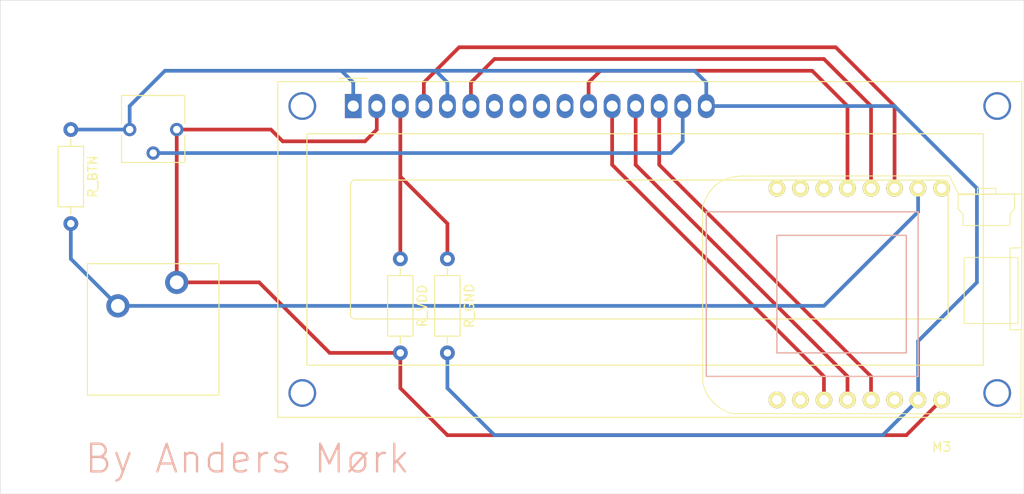
<source format=kicad_pcb>
(kicad_pcb (version 20171130) (host pcbnew "(5.1.10)-1")

  (general
    (thickness 1.6)
    (drawings 9)
    (tracks 74)
    (zones 0)
    (modules 11)
    (nets 23)
  )

  (page A4)
  (layers
    (0 F.Cu signal)
    (31 B.Cu signal)
    (32 B.Adhes user)
    (33 F.Adhes user)
    (34 B.Paste user)
    (35 F.Paste user)
    (36 B.SilkS user)
    (37 F.SilkS user)
    (38 B.Mask user)
    (39 F.Mask user)
    (40 Dwgs.User user)
    (41 Cmts.User user)
    (42 Eco1.User user)
    (43 Eco2.User user)
    (44 Edge.Cuts user)
    (45 Margin user)
    (46 B.CrtYd user)
    (47 F.CrtYd user)
    (48 B.Fab user hide)
    (49 F.Fab user hide)
  )

  (setup
    (last_trace_width 0.4)
    (user_trace_width 0.4)
    (trace_clearance 0.2)
    (zone_clearance 0.508)
    (zone_45_only no)
    (trace_min 0.2)
    (via_size 0.8)
    (via_drill 0.4)
    (via_min_size 0.4)
    (via_min_drill 0.3)
    (uvia_size 0.3)
    (uvia_drill 0.1)
    (uvias_allowed no)
    (uvia_min_size 0.2)
    (uvia_min_drill 0.1)
    (edge_width 0.05)
    (segment_width 0.2)
    (pcb_text_width 0.3)
    (pcb_text_size 1.5 1.5)
    (mod_edge_width 0.12)
    (mod_text_size 1 1)
    (mod_text_width 0.15)
    (pad_size 1.524 1.524)
    (pad_drill 0.762)
    (pad_to_mask_clearance 0)
    (aux_axis_origin 0 0)
    (visible_elements 7FFFFFFF)
    (pcbplotparams
      (layerselection 0x010f0_ffffffff)
      (usegerberextensions false)
      (usegerberattributes true)
      (usegerberadvancedattributes true)
      (creategerberjobfile true)
      (excludeedgelayer true)
      (linewidth 0.100000)
      (plotframeref false)
      (viasonmask false)
      (mode 1)
      (useauxorigin false)
      (hpglpennumber 1)
      (hpglpenspeed 20)
      (hpglpendiameter 15.000000)
      (psnegative false)
      (psa4output false)
      (plotreference true)
      (plotvalue true)
      (plotinvisibletext false)
      (padsonsilk false)
      (subtractmaskfromsilk false)
      (outputformat 1)
      (mirror false)
      (drillshape 0)
      (scaleselection 1)
      (outputdirectory "gerber/"))
  )

  (net 0 "")
  (net 1 "Net-(DIM1-Pad3)")
  (net 2 "Net-(DIM1-Pad2)")
  (net 3 "Net-(DIM1-Pad1)")
  (net 4 "Net-(LCD1-Pad7)")
  (net 5 "Net-(LCD1-Pad8)")
  (net 6 "Net-(LCD1-Pad9)")
  (net 7 "Net-(LCD1-Pad10)")
  (net 8 "Net-(esp8266-Pad9)")
  (net 9 "Net-(esp8266-Pad10)")
  (net 10 "Net-(esp8266-Pad11)")
  (net 11 "Net-(LCD1-Pad11)")
  (net 12 "Net-(LCD1-Pad6)")
  (net 13 "Net-(LCD1-Pad4)")
  (net 14 "Net-(esp8266-Pad16)")
  (net 15 "Net-(esp8266-Pad3)")
  (net 16 "Net-(LCD1-Pad14)")
  (net 17 "Net-(LCD1-Pad13)")
  (net 18 "Net-(LCD1-Pad12)")
  (net 19 "Net-(esp8266-Pad7)")
  (net 20 "Net-(esp8266-Pad8)")
  (net 21 "Net-(R_btn1-Pad2)")
  (net 22 "Net-(GND1-Pad1)")

  (net_class Default "This is the default net class."
    (clearance 0.2)
    (trace_width 0.25)
    (via_dia 0.8)
    (via_drill 0.4)
    (uvia_dia 0.3)
    (uvia_drill 0.1)
    (add_net "Net-(DIM1-Pad1)")
    (add_net "Net-(DIM1-Pad2)")
    (add_net "Net-(DIM1-Pad3)")
    (add_net "Net-(GND1-Pad1)")
    (add_net "Net-(LCD1-Pad10)")
    (add_net "Net-(LCD1-Pad11)")
    (add_net "Net-(LCD1-Pad12)")
    (add_net "Net-(LCD1-Pad13)")
    (add_net "Net-(LCD1-Pad14)")
    (add_net "Net-(LCD1-Pad4)")
    (add_net "Net-(LCD1-Pad6)")
    (add_net "Net-(LCD1-Pad7)")
    (add_net "Net-(LCD1-Pad8)")
    (add_net "Net-(LCD1-Pad9)")
    (add_net "Net-(R_btn1-Pad2)")
    (add_net "Net-(esp8266-Pad10)")
    (add_net "Net-(esp8266-Pad11)")
    (add_net "Net-(esp8266-Pad16)")
    (add_net "Net-(esp8266-Pad3)")
    (add_net "Net-(esp8266-Pad7)")
    (add_net "Net-(esp8266-Pad8)")
    (add_net "Net-(esp8266-Pad9)")
  )

  (module Module:D1_mini_board (layer F.Cu) (tedit 5766F65E) (tstamp 6187FF56)
    (at 171.45 86.36 90)
    (path /61660B12)
    (fp_text reference "esp8266 D1 Wemos mini" (at 1.27 -5.08 180) (layer F.SilkS) hide
      (effects (font (size 1 1) (thickness 0.15)))
    )
    (fp_text value WeMos_mini (at 1.27 -19.05 90) (layer F.Fab)
      (effects (font (size 1 1) (thickness 0.15)))
    )
    (fp_line (start -6.35 3.81) (end -6.35 -10.16) (layer B.SilkS) (width 0.15))
    (fp_line (start -6.35 -10.16) (end 6.35 -10.16) (layer B.SilkS) (width 0.15))
    (fp_line (start 6.35 -10.16) (end 6.35 3.81) (layer B.SilkS) (width 0.15))
    (fp_line (start 6.35 3.81) (end -6.35 3.81) (layer B.SilkS) (width 0.15))
    (fp_line (start -8.89 5.08) (end 8.89 5.08) (layer B.SilkS) (width 0.15))
    (fp_line (start 8.89 5.08) (end 8.89 -17.78) (layer B.SilkS) (width 0.15))
    (fp_line (start 8.89 -17.78) (end -8.89 -17.78) (layer B.SilkS) (width 0.15))
    (fp_line (start -8.89 -17.78) (end -8.89 5.08) (layer B.SilkS) (width 0.15))
    (fp_line (start 10.817472 16.277228) (end 5.00618 16.277228) (layer F.SilkS) (width 0.1))
    (fp_line (start 5.00618 16.277228) (end 4.979849 14.993795) (layer F.SilkS) (width 0.1))
    (fp_line (start 4.979849 14.993795) (end -3.851373 15.000483) (layer F.SilkS) (width 0.1))
    (fp_line (start -3.851373 15.000483) (end -3.849397 16.202736) (layer F.SilkS) (width 0.1))
    (fp_line (start -3.849397 16.202736) (end -12.930193 16.176658) (layer F.SilkS) (width 0.1))
    (fp_line (start -12.930193 16.176658) (end -12.916195 -14.993493) (layer F.SilkS) (width 0.1))
    (fp_line (start -12.916195 -14.993493) (end -12.683384 -15.596286) (layer F.SilkS) (width 0.1))
    (fp_line (start -12.683384 -15.596286) (end -12.399901 -16.141167) (layer F.SilkS) (width 0.1))
    (fp_line (start -12.399901 -16.141167) (end -12.065253 -16.627577) (layer F.SilkS) (width 0.1))
    (fp_line (start -12.065253 -16.627577) (end -11.678953 -17.054952) (layer F.SilkS) (width 0.1))
    (fp_line (start -11.678953 -17.054952) (end -11.240512 -17.422741) (layer F.SilkS) (width 0.1))
    (fp_line (start -11.240512 -17.422741) (end -10.74944 -17.730377) (layer F.SilkS) (width 0.1))
    (fp_line (start -10.74944 -17.730377) (end -10.20525 -17.97731) (layer F.SilkS) (width 0.1))
    (fp_line (start -10.20525 -17.97731) (end -9.607453 -18.162976) (layer F.SilkS) (width 0.1))
    (fp_line (start -9.607453 -18.162976) (end 9.43046 -18.191734) (layer F.SilkS) (width 0.1))
    (fp_line (start 9.43046 -18.191734) (end 10.049824 -17.957741) (layer F.SilkS) (width 0.1))
    (fp_line (start 10.049824 -17.957741) (end 10.638018 -17.673258) (layer F.SilkS) (width 0.1))
    (fp_line (start 10.638018 -17.673258) (end 11.181445 -17.323743) (layer F.SilkS) (width 0.1))
    (fp_line (start 11.181445 -17.323743) (end 11.666503 -16.894658) (layer F.SilkS) (width 0.1))
    (fp_line (start 11.666503 -16.894658) (end 12.079595 -16.37146) (layer F.SilkS) (width 0.1))
    (fp_line (start 12.079595 -16.37146) (end 12.407122 -15.739613) (layer F.SilkS) (width 0.1))
    (fp_line (start 12.407122 -15.739613) (end 12.635482 -14.984575) (layer F.SilkS) (width 0.1))
    (fp_line (start 12.635482 -14.984575) (end 12.751078 -14.091807) (layer F.SilkS) (width 0.1))
    (fp_line (start 12.751078 -14.091807) (end 12.776026 8.463285) (layer F.SilkS) (width 0.1))
    (fp_line (start 12.776026 8.463285) (end 10.83248 9.424181) (layer F.SilkS) (width 0.1))
    (fp_line (start 10.83248 9.424181) (end 10.802686 16.232524) (layer F.SilkS) (width 0.1))
    (fp_line (start -3.17965 10.051451) (end 3.959931 10.051451) (layer F.SilkS) (width 0.1))
    (fp_line (start 3.959931 10.051451) (end 3.959931 15.865188) (layer F.SilkS) (width 0.1))
    (fp_line (start 3.959931 15.865188) (end -3.17965 15.865188) (layer F.SilkS) (width 0.1))
    (fp_line (start -3.17965 15.865188) (end -3.17965 10.051451) (layer F.SilkS) (width 0.1))
    (fp_line (start 10.7436 9.402349) (end 9.191378 9.402349) (layer F.SilkS) (width 0.1))
    (fp_line (start 9.191378 9.402349) (end 8.662211 9.931515) (layer F.SilkS) (width 0.1))
    (fp_line (start 8.662211 9.931515) (end 7.40985 9.931515) (layer F.SilkS) (width 0.1))
    (fp_line (start 7.40985 9.931515) (end 7.40985 14.993876) (layer F.SilkS) (width 0.1))
    (fp_line (start 7.40985 14.993876) (end 8.697489 14.993876) (layer F.SilkS) (width 0.1))
    (fp_line (start 8.697489 14.993876) (end 9.226656 15.487765) (layer F.SilkS) (width 0.1))
    (fp_line (start 9.226656 15.487765) (end 10.796517 15.487765) (layer F.SilkS) (width 0.1))
    (fp_line (start 10.796517 15.487765) (end 10.7436 9.402349) (layer F.SilkS) (width 0.1))
    (fp_line (start 10.778878 11.483738) (end 11.431517 11.483738) (layer F.SilkS) (width 0.1))
    (fp_line (start 11.431517 11.483738) (end 11.431517 13.476932) (layer F.SilkS) (width 0.1))
    (fp_line (start 11.431517 13.476932) (end 10.814156 13.476932) (layer F.SilkS) (width 0.1))
    (pad 9 thru_hole circle (at 11.43 -10.16 90) (size 1.8 1.8) (drill 1.016) (layers *.Cu *.Mask F.SilkS)
      (net 8 "Net-(esp8266-Pad9)"))
    (pad 10 thru_hole circle (at 11.43 -7.62 90) (size 1.8 1.8) (drill 1.016) (layers *.Cu *.Mask F.SilkS)
      (net 9 "Net-(esp8266-Pad10)"))
    (pad 11 thru_hole circle (at 11.43 -5.08 90) (size 1.8 1.8) (drill 1.016) (layers *.Cu *.Mask F.SilkS)
      (net 10 "Net-(esp8266-Pad11)"))
    (pad 12 thru_hole circle (at 11.43 -2.54 90) (size 1.8 1.8) (drill 1.016) (layers *.Cu *.Mask F.SilkS)
      (net 11 "Net-(LCD1-Pad11)"))
    (pad 13 thru_hole circle (at 11.43 0 90) (size 1.8 1.8) (drill 1.016) (layers *.Cu *.Mask F.SilkS)
      (net 12 "Net-(LCD1-Pad6)"))
    (pad 14 thru_hole circle (at 11.43 2.54 90) (size 1.8 1.8) (drill 1.016) (layers *.Cu *.Mask F.SilkS)
      (net 13 "Net-(LCD1-Pad4)"))
    (pad 15 thru_hole circle (at 11.43 5.08 90) (size 1.8 1.8) (drill 1.016) (layers *.Cu *.Mask F.SilkS)
      (net 21 "Net-(R_btn1-Pad2)"))
    (pad 16 thru_hole circle (at 11.43 7.62 90) (size 1.8 1.8) (drill 1.016) (layers *.Cu *.Mask F.SilkS)
      (net 14 "Net-(esp8266-Pad16)"))
    (pad 1 thru_hole circle (at -11.43 7.62 90) (size 1.8 1.8) (drill 1.016) (layers *.Cu *.Mask F.SilkS)
      (net 1 "Net-(DIM1-Pad3)"))
    (pad 2 thru_hole circle (at -11.43 5.08 90) (size 1.8 1.8) (drill 1.016) (layers *.Cu *.Mask F.SilkS)
      (net 3 "Net-(DIM1-Pad1)"))
    (pad 3 thru_hole circle (at -11.43 2.54 90) (size 1.8 1.8) (drill 1.016) (layers *.Cu *.Mask F.SilkS)
      (net 15 "Net-(esp8266-Pad3)"))
    (pad 4 thru_hole circle (at -11.43 0 90) (size 1.8 1.8) (drill 1.016) (layers *.Cu *.Mask F.SilkS)
      (net 16 "Net-(LCD1-Pad14)"))
    (pad 5 thru_hole circle (at -11.43 -2.54 90) (size 1.8 1.8) (drill 1.016) (layers *.Cu *.Mask F.SilkS)
      (net 17 "Net-(LCD1-Pad13)"))
    (pad 6 thru_hole circle (at -11.43 -5.08 90) (size 1.8 1.8) (drill 1.016) (layers *.Cu *.Mask F.SilkS)
      (net 18 "Net-(LCD1-Pad12)"))
    (pad 7 thru_hole circle (at -11.43 -7.62 90) (size 1.8 1.8) (drill 1.016) (layers *.Cu *.Mask F.SilkS)
      (net 19 "Net-(esp8266-Pad7)"))
    (pad 8 thru_hole circle (at -11.43 -10.16 90) (size 1.8 1.8) (drill 1.016) (layers *.Cu *.Mask F.SilkS)
      (net 20 "Net-(esp8266-Pad8)"))
  )

  (module MountingHole:MountingHole_3.2mm_M3 (layer F.Cu) (tedit 56D1B4CB) (tstamp 61881E36)
    (at 184.15 104.14)
    (descr "Mounting Hole 3.2mm, no annular, M3")
    (tags "mounting hole 3.2mm no annular m3")
    (attr virtual)
    (fp_text reference M3 (at -5.08 -1.27) (layer F.SilkS)
      (effects (font (size 1 1) (thickness 0.15)))
    )
    (fp_text value MountingHole_3.2mm_M3 (at 0 4.2) (layer F.Fab)
      (effects (font (size 1 1) (thickness 0.15)))
    )
    (fp_circle (center 0 0) (end 3.45 0) (layer F.CrtYd) (width 0.05))
    (fp_circle (center 0 0) (end 3.2 0) (layer Cmts.User) (width 0.15))
    (fp_text user %R (at 0.3 0) (layer F.Fab)
      (effects (font (size 1 1) (thickness 0.15)))
    )
    (pad 1 np_thru_hole circle (at 0 0) (size 3.2 3.2) (drill 3.2) (layers *.Cu *.Mask))
  )

  (module MountingHole:MountingHole_3.2mm_M3 (layer F.Cu) (tedit 56D1B4CB) (tstamp 61881DCC)
    (at 81.28 104.14)
    (descr "Mounting Hole 3.2mm, no annular, M3")
    (tags "mounting hole 3.2mm no annular m3")
    (attr virtual)
    (fp_text reference REF** (at 0 -4.2) (layer F.SilkS) hide
      (effects (font (size 1 1) (thickness 0.15)))
    )
    (fp_text value MountingHole_3.2mm_M3 (at 0 4.2) (layer F.Fab)
      (effects (font (size 1 1) (thickness 0.15)))
    )
    (fp_circle (center 0 0) (end 3.45 0) (layer F.CrtYd) (width 0.05))
    (fp_circle (center 0 0) (end 3.2 0) (layer Cmts.User) (width 0.15))
    (fp_text user %R (at 0.3 0) (layer F.Fab)
      (effects (font (size 1 1) (thickness 0.15)))
    )
    (pad 1 np_thru_hole circle (at 0 0) (size 3.2 3.2) (drill 3.2) (layers *.Cu *.Mask))
  )

  (module MountingHole:MountingHole_3.2mm_M3 (layer F.Cu) (tedit 56D1B4CB) (tstamp 61881E18)
    (at 81.28 58.42)
    (descr "Mounting Hole 3.2mm, no annular, M3")
    (tags "mounting hole 3.2mm no annular m3")
    (attr virtual)
    (fp_text reference REF** (at 0 -4.2) (layer F.SilkS) hide
      (effects (font (size 1 1) (thickness 0.15)))
    )
    (fp_text value MountingHole_3.2mm_M3 (at 0 4.2) (layer F.Fab)
      (effects (font (size 1 1) (thickness 0.15)))
    )
    (fp_circle (center 0 0) (end 3.45 0) (layer F.CrtYd) (width 0.05))
    (fp_circle (center 0 0) (end 3.2 0) (layer Cmts.User) (width 0.15))
    (fp_text user %R (at 0.3 0) (layer F.Fab)
      (effects (font (size 1 1) (thickness 0.15)))
    )
    (pad 1 np_thru_hole circle (at 0 0) (size 3.2 3.2) (drill 3.2) (layers *.Cu *.Mask))
  )

  (module MountingHole:MountingHole_3.2mm_M3 (layer F.Cu) (tedit 56D1B4CB) (tstamp 61881CC0)
    (at 184.15 58.42)
    (descr "Mounting Hole 3.2mm, no annular, M3")
    (tags "mounting hole 3.2mm no annular m3")
    (attr virtual)
    (fp_text reference REF** (at 0 -4.2) (layer F.SilkS) hide
      (effects (font (size 1 1) (thickness 0.15)))
    )
    (fp_text value MountingHole_3.2mm_M3 (at 0 4.2) (layer F.Fab)
      (effects (font (size 1 1) (thickness 0.15)))
    )
    (fp_circle (center 0 0) (end 3.45 0) (layer F.CrtYd) (width 0.05))
    (fp_circle (center 0 0) (end 3.2 0) (layer Cmts.User) (width 0.15))
    (fp_text user %R (at 0.3 0) (layer F.Fab)
      (effects (font (size 1 1) (thickness 0.15)))
    )
    (pad 1 np_thru_hole circle (at 0 0) (size 3.2 3.2) (drill 3.2) (layers *.Cu *.Mask))
  )

  (module Display:WC1602A (layer F.Cu) (tedit 5A02FE80) (tstamp 61890200)
    (at 115.57 66.04)
    (descr "LCD 16x2 http://www.wincomlcd.com/pdf/WC1602A-SFYLYHTC06.pdf")
    (tags "LCD 16x2 Alphanumeric 16pin")
    (path /61644224)
    (fp_text reference LCD1 (at -5.82 -3.81) (layer F.SilkS) hide
      (effects (font (size 1 1) (thickness 0.15)))
    )
    (fp_text value RC1602A (at -4.31 34.66) (layer F.Fab)
      (effects (font (size 1 1) (thickness 0.15)))
    )
    (fp_line (start -8.14 33.64) (end 72.14 33.64) (layer F.SilkS) (width 0.12))
    (fp_line (start 72.14 33.64) (end 72.14 -2.64) (layer F.SilkS) (width 0.12))
    (fp_line (start 72.14 -2.64) (end -7.34 -2.64) (layer F.SilkS) (width 0.12))
    (fp_line (start -8.14 -2.64) (end -8.14 33.64) (layer F.SilkS) (width 0.12))
    (fp_line (start -8.13 -2.64) (end -7.34 -2.64) (layer F.SilkS) (width 0.12))
    (fp_line (start -8.25 -2.75) (end -8.25 33.75) (layer F.CrtYd) (width 0.05))
    (fp_line (start -8.25 33.75) (end 72.25 33.75) (layer F.CrtYd) (width 0.05))
    (fp_line (start 72.25 -2.75) (end 72.25 33.75) (layer F.CrtYd) (width 0.05))
    (fp_line (start -1.5 -3) (end 1.5 -3) (layer F.SilkS) (width 0.12))
    (fp_line (start -8.25 -2.75) (end 72.25 -2.75) (layer F.CrtYd) (width 0.05))
    (fp_line (start 1 -2.5) (end 0 -1.5) (layer F.Fab) (width 0.1))
    (fp_line (start 0 -1.5) (end -1 -2.5) (layer F.Fab) (width 0.1))
    (fp_line (start -1 -2.5) (end -8 -2.5) (layer F.Fab) (width 0.1))
    (fp_line (start 0.2 8) (end 63.7 8) (layer F.SilkS) (width 0.12))
    (fp_line (start -0.29972 22.49932) (end -0.29972 8.5) (layer F.SilkS) (width 0.12))
    (fp_line (start 63.70066 23) (end 0.2 23) (layer F.SilkS) (width 0.12))
    (fp_line (start 64.2 8.5) (end 64.2 22.5) (layer F.SilkS) (width 0.12))
    (fp_line (start -5 3) (end 68 3) (layer F.SilkS) (width 0.12))
    (fp_line (start 68 3) (end 68 28) (layer F.SilkS) (width 0.12))
    (fp_line (start 68 28) (end -5 28) (layer F.SilkS) (width 0.12))
    (fp_line (start -5 28) (end -5 3) (layer F.SilkS) (width 0.12))
    (fp_line (start 1 -2.5) (end 72 -2.5) (layer F.Fab) (width 0.1))
    (fp_line (start 72 -2.5) (end 72 33.5) (layer F.Fab) (width 0.1))
    (fp_line (start 72 33.5) (end -8 33.5) (layer F.Fab) (width 0.1))
    (fp_line (start -8 33.5) (end -8 -2.5) (layer F.Fab) (width 0.1))
    (fp_arc (start 0.20066 8.49884) (end -0.29972 8.49884) (angle 90) (layer F.SilkS) (width 0.12))
    (fp_arc (start 0.20066 22.49932) (end 0.20066 22.9997) (angle 90) (layer F.SilkS) (width 0.12))
    (fp_arc (start 63.70066 22.49932) (end 64.20104 22.49932) (angle 90) (layer F.SilkS) (width 0.12))
    (fp_arc (start 63.7 8.5) (end 63.7 8) (angle 90) (layer F.SilkS) (width 0.12))
    (fp_text user %R (at 30.37 14.74) (layer F.Fab)
      (effects (font (size 1 1) (thickness 0.1)))
    )
    (pad "" thru_hole circle (at 69.5 0) (size 3 3) (drill 2.5) (layers *.Cu *.Mask))
    (pad "" thru_hole circle (at 69.49948 31.0007) (size 3 3) (drill 2.5) (layers *.Cu *.Mask))
    (pad "" thru_hole circle (at -5.4991 31.0007) (size 3 3) (drill 2.5) (layers *.Cu *.Mask))
    (pad "" thru_hole circle (at -5.4991 0) (size 3 3) (drill 2.5) (layers *.Cu *.Mask))
    (pad 16 thru_hole oval (at 38.1 0) (size 1.8 2.6) (drill 1.2) (layers *.Cu *.Mask)
      (net 3 "Net-(DIM1-Pad1)"))
    (pad 15 thru_hole oval (at 35.56 0) (size 1.8 2.6) (drill 1.2) (layers *.Cu *.Mask)
      (net 2 "Net-(DIM1-Pad2)"))
    (pad 14 thru_hole oval (at 33.02 0) (size 1.8 2.6) (drill 1.2) (layers *.Cu *.Mask)
      (net 16 "Net-(LCD1-Pad14)"))
    (pad 13 thru_hole oval (at 30.48 0) (size 1.8 2.6) (drill 1.2) (layers *.Cu *.Mask)
      (net 17 "Net-(LCD1-Pad13)"))
    (pad 12 thru_hole oval (at 27.94 0) (size 1.8 2.6) (drill 1.2) (layers *.Cu *.Mask)
      (net 18 "Net-(LCD1-Pad12)"))
    (pad 11 thru_hole oval (at 25.4 0) (size 1.8 2.6) (drill 1.2) (layers *.Cu *.Mask)
      (net 11 "Net-(LCD1-Pad11)"))
    (pad 10 thru_hole oval (at 22.86 0) (size 1.8 2.6) (drill 1.2) (layers *.Cu *.Mask)
      (net 7 "Net-(LCD1-Pad10)"))
    (pad 9 thru_hole oval (at 20.32 0) (size 1.8 2.6) (drill 1.2) (layers *.Cu *.Mask)
      (net 6 "Net-(LCD1-Pad9)"))
    (pad 8 thru_hole oval (at 17.78 0) (size 1.8 2.6) (drill 1.2) (layers *.Cu *.Mask)
      (net 5 "Net-(LCD1-Pad8)"))
    (pad 7 thru_hole oval (at 15.24 0) (size 1.8 2.6) (drill 1.2) (layers *.Cu *.Mask)
      (net 4 "Net-(LCD1-Pad7)"))
    (pad 6 thru_hole oval (at 12.7 0) (size 1.8 2.6) (drill 1.2) (layers *.Cu *.Mask)
      (net 12 "Net-(LCD1-Pad6)"))
    (pad 5 thru_hole oval (at 10.16 0) (size 1.8 2.6) (drill 1.2) (layers *.Cu *.Mask)
      (net 3 "Net-(DIM1-Pad1)"))
    (pad 4 thru_hole oval (at 7.62 0) (size 1.8 2.6) (drill 1.2) (layers *.Cu *.Mask)
      (net 13 "Net-(LCD1-Pad4)"))
    (pad 3 thru_hole oval (at 5.08 0) (size 1.8 2.6) (drill 1.2) (layers *.Cu *.Mask)
      (net 22 "Net-(GND1-Pad1)"))
    (pad 2 thru_hole oval (at 2.54 0) (size 1.8 2.6) (drill 1.2) (layers *.Cu *.Mask)
      (net 1 "Net-(DIM1-Pad3)"))
    (pad 1 thru_hole rect (at 0 0) (size 1.8 2.6) (drill 1.2) (layers *.Cu *.Mask)
      (net 3 "Net-(DIM1-Pad1)"))
    (model ${KISYS3DMOD}/Display.3dshapes/WC1602A.wrl
      (at (xyz 0 0 0))
      (scale (xyz 1 1 1))
      (rotate (xyz 0 0 0))
    )
  )

  (module Resistor_THT:R_Axial_DIN0207_L6.3mm_D2.5mm_P10.16mm_Horizontal (layer F.Cu) (tedit 5AE5139B) (tstamp 6187FFD1)
    (at 120.65 82.55 270)
    (descr "Resistor, Axial_DIN0207 series, Axial, Horizontal, pin pitch=10.16mm, 0.25W = 1/4W, length*diameter=6.3*2.5mm^2, http://cdn-reichelt.de/documents/datenblatt/B400/1_4W%23YAG.pdf")
    (tags "Resistor Axial_DIN0207 series Axial Horizontal pin pitch 10.16mm 0.25W = 1/4W length 6.3mm diameter 2.5mm")
    (path /61645FE6)
    (fp_text reference R_VDD (at 5.08 -2.37 90) (layer F.SilkS)
      (effects (font (size 1 1) (thickness 0.15)))
    )
    (fp_text value ? (at 5.08 2.37 90) (layer F.Fab)
      (effects (font (size 1 1) (thickness 0.15)))
    )
    (fp_line (start 1.93 -1.25) (end 1.93 1.25) (layer F.Fab) (width 0.1))
    (fp_line (start 1.93 1.25) (end 8.23 1.25) (layer F.Fab) (width 0.1))
    (fp_line (start 8.23 1.25) (end 8.23 -1.25) (layer F.Fab) (width 0.1))
    (fp_line (start 8.23 -1.25) (end 1.93 -1.25) (layer F.Fab) (width 0.1))
    (fp_line (start 0 0) (end 1.93 0) (layer F.Fab) (width 0.1))
    (fp_line (start 10.16 0) (end 8.23 0) (layer F.Fab) (width 0.1))
    (fp_line (start 1.81 -1.37) (end 1.81 1.37) (layer F.SilkS) (width 0.12))
    (fp_line (start 1.81 1.37) (end 8.35 1.37) (layer F.SilkS) (width 0.12))
    (fp_line (start 8.35 1.37) (end 8.35 -1.37) (layer F.SilkS) (width 0.12))
    (fp_line (start 8.35 -1.37) (end 1.81 -1.37) (layer F.SilkS) (width 0.12))
    (fp_line (start 1.04 0) (end 1.81 0) (layer F.SilkS) (width 0.12))
    (fp_line (start 9.12 0) (end 8.35 0) (layer F.SilkS) (width 0.12))
    (fp_line (start -1.05 -1.5) (end -1.05 1.5) (layer F.CrtYd) (width 0.05))
    (fp_line (start -1.05 1.5) (end 11.21 1.5) (layer F.CrtYd) (width 0.05))
    (fp_line (start 11.21 1.5) (end 11.21 -1.5) (layer F.CrtYd) (width 0.05))
    (fp_line (start 11.21 -1.5) (end -1.05 -1.5) (layer F.CrtYd) (width 0.05))
    (fp_text user %R (at 5.08 0 90) (layer F.Fab)
      (effects (font (size 1 1) (thickness 0.15)))
    )
    (pad 2 thru_hole oval (at 10.16 0 270) (size 1.6 1.6) (drill 0.8) (layers *.Cu *.Mask)
      (net 1 "Net-(DIM1-Pad3)"))
    (pad 1 thru_hole circle (at 0 0 270) (size 1.6 1.6) (drill 0.8) (layers *.Cu *.Mask)
      (net 22 "Net-(GND1-Pad1)"))
    (model ${KISYS3DMOD}/Resistor_THT.3dshapes/R_Axial_DIN0207_L6.3mm_D2.5mm_P10.16mm_Horizontal.wrl
      (at (xyz 0 0 0))
      (scale (xyz 1 1 1))
      (rotate (xyz 0 0 0))
    )
  )

  (module Resistor_THT:R_Axial_DIN0207_L6.3mm_D2.5mm_P10.16mm_Horizontal (layer F.Cu) (tedit 5AE5139B) (tstamp 6188124F)
    (at 85.09 68.58 270)
    (descr "Resistor, Axial_DIN0207 series, Axial, Horizontal, pin pitch=10.16mm, 0.25W = 1/4W, length*diameter=6.3*2.5mm^2, http://cdn-reichelt.de/documents/datenblatt/B400/1_4W%23YAG.pdf")
    (tags "Resistor Axial_DIN0207 series Axial Horizontal pin pitch 10.16mm 0.25W = 1/4W length 6.3mm diameter 2.5mm")
    (path /61646194)
    (fp_text reference R_BTN (at 5.08 -2.37 90) (layer F.SilkS)
      (effects (font (size 1 1) (thickness 0.15)))
    )
    (fp_text value ? (at 5.08 2.37 90) (layer F.Fab)
      (effects (font (size 1 1) (thickness 0.15)))
    )
    (fp_line (start 1.93 -1.25) (end 1.93 1.25) (layer F.Fab) (width 0.1))
    (fp_line (start 1.93 1.25) (end 8.23 1.25) (layer F.Fab) (width 0.1))
    (fp_line (start 8.23 1.25) (end 8.23 -1.25) (layer F.Fab) (width 0.1))
    (fp_line (start 8.23 -1.25) (end 1.93 -1.25) (layer F.Fab) (width 0.1))
    (fp_line (start 0 0) (end 1.93 0) (layer F.Fab) (width 0.1))
    (fp_line (start 10.16 0) (end 8.23 0) (layer F.Fab) (width 0.1))
    (fp_line (start 1.81 -1.37) (end 1.81 1.37) (layer F.SilkS) (width 0.12))
    (fp_line (start 1.81 1.37) (end 8.35 1.37) (layer F.SilkS) (width 0.12))
    (fp_line (start 8.35 1.37) (end 8.35 -1.37) (layer F.SilkS) (width 0.12))
    (fp_line (start 8.35 -1.37) (end 1.81 -1.37) (layer F.SilkS) (width 0.12))
    (fp_line (start 1.04 0) (end 1.81 0) (layer F.SilkS) (width 0.12))
    (fp_line (start 9.12 0) (end 8.35 0) (layer F.SilkS) (width 0.12))
    (fp_line (start -1.05 -1.5) (end -1.05 1.5) (layer F.CrtYd) (width 0.05))
    (fp_line (start -1.05 1.5) (end 11.21 1.5) (layer F.CrtYd) (width 0.05))
    (fp_line (start 11.21 1.5) (end 11.21 -1.5) (layer F.CrtYd) (width 0.05))
    (fp_line (start 11.21 -1.5) (end -1.05 -1.5) (layer F.CrtYd) (width 0.05))
    (fp_text user %R (at 5.08 0 90) (layer F.Fab)
      (effects (font (size 1 1) (thickness 0.15)))
    )
    (pad 2 thru_hole oval (at 10.16 0 270) (size 1.6 1.6) (drill 0.8) (layers *.Cu *.Mask)
      (net 21 "Net-(R_btn1-Pad2)"))
    (pad 1 thru_hole circle (at 0 0 270) (size 1.6 1.6) (drill 0.8) (layers *.Cu *.Mask)
      (net 3 "Net-(DIM1-Pad1)"))
    (model ${KISYS3DMOD}/Resistor_THT.3dshapes/R_Axial_DIN0207_L6.3mm_D2.5mm_P10.16mm_Horizontal.wrl
      (at (xyz 0 0 0))
      (scale (xyz 1 1 1))
      (rotate (xyz 0 0 0))
    )
  )

  (module Resistor_THT:R_Axial_DIN0207_L6.3mm_D2.5mm_P10.16mm_Horizontal (layer F.Cu) (tedit 5AE5139B) (tstamp 6188109E)
    (at 125.73 82.55 270)
    (descr "Resistor, Axial_DIN0207 series, Axial, Horizontal, pin pitch=10.16mm, 0.25W = 1/4W, length*diameter=6.3*2.5mm^2, http://cdn-reichelt.de/documents/datenblatt/B400/1_4W%23YAG.pdf")
    (tags "Resistor Axial_DIN0207 series Axial Horizontal pin pitch 10.16mm 0.25W = 1/4W length 6.3mm diameter 2.5mm")
    (path /6164578F)
    (fp_text reference R_GND (at 5.08 -2.37 90) (layer F.SilkS)
      (effects (font (size 1 1) (thickness 0.15)))
    )
    (fp_text value ? (at 5.08 2.37 90) (layer F.Fab)
      (effects (font (size 1 1) (thickness 0.15)))
    )
    (fp_line (start 1.93 -1.25) (end 1.93 1.25) (layer F.Fab) (width 0.1))
    (fp_line (start 1.93 1.25) (end 8.23 1.25) (layer F.Fab) (width 0.1))
    (fp_line (start 8.23 1.25) (end 8.23 -1.25) (layer F.Fab) (width 0.1))
    (fp_line (start 8.23 -1.25) (end 1.93 -1.25) (layer F.Fab) (width 0.1))
    (fp_line (start 0 0) (end 1.93 0) (layer F.Fab) (width 0.1))
    (fp_line (start 10.16 0) (end 8.23 0) (layer F.Fab) (width 0.1))
    (fp_line (start 1.81 -1.37) (end 1.81 1.37) (layer F.SilkS) (width 0.12))
    (fp_line (start 1.81 1.37) (end 8.35 1.37) (layer F.SilkS) (width 0.12))
    (fp_line (start 8.35 1.37) (end 8.35 -1.37) (layer F.SilkS) (width 0.12))
    (fp_line (start 8.35 -1.37) (end 1.81 -1.37) (layer F.SilkS) (width 0.12))
    (fp_line (start 1.04 0) (end 1.81 0) (layer F.SilkS) (width 0.12))
    (fp_line (start 9.12 0) (end 8.35 0) (layer F.SilkS) (width 0.12))
    (fp_line (start -1.05 -1.5) (end -1.05 1.5) (layer F.CrtYd) (width 0.05))
    (fp_line (start -1.05 1.5) (end 11.21 1.5) (layer F.CrtYd) (width 0.05))
    (fp_line (start 11.21 1.5) (end 11.21 -1.5) (layer F.CrtYd) (width 0.05))
    (fp_line (start 11.21 -1.5) (end -1.05 -1.5) (layer F.CrtYd) (width 0.05))
    (fp_text user %R (at 5.08 0 90) (layer F.Fab)
      (effects (font (size 1 1) (thickness 0.15)))
    )
    (pad 2 thru_hole oval (at 10.16 0 270) (size 1.6 1.6) (drill 0.8) (layers *.Cu *.Mask)
      (net 3 "Net-(DIM1-Pad1)"))
    (pad 1 thru_hole circle (at 0 0 270) (size 1.6 1.6) (drill 0.8) (layers *.Cu *.Mask)
      (net 22 "Net-(GND1-Pad1)"))
    (model ${KISYS3DMOD}/Resistor_THT.3dshapes/R_Axial_DIN0207_L6.3mm_D2.5mm_P10.16mm_Horizontal.wrl
      (at (xyz 0 0 0))
      (scale (xyz 1 1 1))
      (rotate (xyz 0 0 0))
    )
  )

  (module Potentiometer_THT:Potentiometer_Vishay_T73YP_Vertical (layer F.Cu) (tedit 5A3D4993) (tstamp 6188280C)
    (at 91.44 68.58 270)
    (descr "Potentiometer, vertical, Vishay T73YP, http://www.vishay.com/docs/51016/t73.pdf")
    (tags "Potentiometer vertical Vishay T73YP")
    (path /616516AF)
    (fp_text reference DIM1 (at -0.06 -7.09 90) (layer F.SilkS) hide
      (effects (font (size 1 1) (thickness 0.15)))
    )
    (fp_text value R_POT_TRIM (at -0.06 2.01 90) (layer F.Fab)
      (effects (font (size 1 1) (thickness 0.15)))
    )
    (fp_circle (center 0.24 -2.54) (end 1.74 -2.54) (layer F.Fab) (width 0.1))
    (fp_line (start -3.56 -5.84) (end -3.56 0.76) (layer F.Fab) (width 0.1))
    (fp_line (start -3.56 0.76) (end 3.44 0.76) (layer F.Fab) (width 0.1))
    (fp_line (start 3.44 0.76) (end 3.44 -5.84) (layer F.Fab) (width 0.1))
    (fp_line (start 3.44 -5.84) (end -3.56 -5.84) (layer F.Fab) (width 0.1))
    (fp_line (start -0.961 -2.616) (end 0.164 -2.616) (layer F.Fab) (width 0.1))
    (fp_line (start 0.164 -2.616) (end 0.164 -3.741) (layer F.Fab) (width 0.1))
    (fp_line (start 0.164 -3.741) (end 0.316 -3.741) (layer F.Fab) (width 0.1))
    (fp_line (start 0.316 -3.741) (end 0.316 -2.616) (layer F.Fab) (width 0.1))
    (fp_line (start 0.316 -2.616) (end 1.441 -2.616) (layer F.Fab) (width 0.1))
    (fp_line (start 1.441 -2.616) (end 1.441 -2.464) (layer F.Fab) (width 0.1))
    (fp_line (start 1.441 -2.464) (end 0.316 -2.464) (layer F.Fab) (width 0.1))
    (fp_line (start 0.316 -2.464) (end 0.316 -1.339) (layer F.Fab) (width 0.1))
    (fp_line (start 0.316 -1.339) (end 0.164 -1.339) (layer F.Fab) (width 0.1))
    (fp_line (start 0.164 -1.339) (end 0.164 -2.464) (layer F.Fab) (width 0.1))
    (fp_line (start 0.164 -2.464) (end -0.961 -2.464) (layer F.Fab) (width 0.1))
    (fp_line (start -0.961 -2.464) (end -0.961 -2.616) (layer F.Fab) (width 0.1))
    (fp_line (start -3.68 -5.96) (end -0.65 -5.96) (layer F.SilkS) (width 0.12))
    (fp_line (start 0.65 -5.96) (end 3.56 -5.96) (layer F.SilkS) (width 0.12))
    (fp_line (start -3.68 0.88) (end -0.65 0.88) (layer F.SilkS) (width 0.12))
    (fp_line (start 0.65 0.88) (end 3.56 0.88) (layer F.SilkS) (width 0.12))
    (fp_line (start -3.68 -5.96) (end -3.68 0.88) (layer F.SilkS) (width 0.12))
    (fp_line (start 3.56 -5.96) (end 3.56 0.88) (layer F.SilkS) (width 0.12))
    (fp_line (start -3.85 -6.1) (end -3.85 1.05) (layer F.CrtYd) (width 0.05))
    (fp_line (start -3.85 1.05) (end 3.7 1.05) (layer F.CrtYd) (width 0.05))
    (fp_line (start 3.7 1.05) (end 3.7 -6.1) (layer F.CrtYd) (width 0.05))
    (fp_line (start 3.7 -6.1) (end -3.85 -6.1) (layer F.CrtYd) (width 0.05))
    (fp_text user %R (at -2.56 -2.54) (layer F.Fab)
      (effects (font (size 1 1) (thickness 0.15)))
    )
    (pad 1 thru_hole circle (at 0 0 270) (size 1.44 1.44) (drill 0.8) (layers *.Cu *.Mask)
      (net 3 "Net-(DIM1-Pad1)"))
    (pad 2 thru_hole circle (at 2.54 -2.54 270) (size 1.44 1.44) (drill 0.8) (layers *.Cu *.Mask)
      (net 2 "Net-(DIM1-Pad2)"))
    (pad 3 thru_hole circle (at 0 -5.08 270) (size 1.44 1.44) (drill 0.8) (layers *.Cu *.Mask)
      (net 1 "Net-(DIM1-Pad3)"))
    (model ${KISYS3DMOD}/Potentiometer_THT.3dshapes/Potentiometer_Vishay_T73YP_Vertical.wrl
      (at (xyz 0 0 0))
      (scale (xyz 1 1 1))
      (rotate (xyz 0 0 0))
    )
  )

  (module Switch_Keyboard_Cherry_MX:SW_Cherry_MX_PCB_1.00u (layer F.Cu) (tedit 602D5B6F) (tstamp 6187FEED)
    (at 93.98 90.17)
    (descr "Cherry MX keyswitch, https://www.cherrymx.de/en/dev.html")
    (tags "Cherry MX Keyboard Keyswitch Switch PCB 1.00u")
    (path /616B840E)
    (fp_text reference btn1 (at 0 -8) (layer F.SilkS) hide
      (effects (font (size 1 1) (thickness 0.15)))
    )
    (fp_text value SW_Push_Open (at 0 8) (layer F.Fab)
      (effects (font (size 1 1) (thickness 0.15)))
    )
    (fp_line (start -7 -7) (end -7 7) (layer F.Fab) (width 0.1))
    (fp_line (start -7 7) (end 7 7) (layer F.Fab) (width 0.1))
    (fp_line (start 7 7) (end 7 -7) (layer F.Fab) (width 0.1))
    (fp_line (start 7 -7) (end -7 -7) (layer F.Fab) (width 0.1))
    (fp_line (start -7.1 -7.1) (end -7.1 7.1) (layer F.SilkS) (width 0.12))
    (fp_line (start -7.1 7.1) (end 7.1 7.1) (layer F.SilkS) (width 0.12))
    (fp_line (start 7.1 7.1) (end 7.1 -7.1) (layer F.SilkS) (width 0.12))
    (fp_line (start 7.1 -7.1) (end -7.1 -7.1) (layer F.SilkS) (width 0.12))
    (fp_line (start -7.25 -7.25) (end -7.25 7.25) (layer F.CrtYd) (width 0.05))
    (fp_line (start -7.25 7.25) (end 7.25 7.25) (layer F.CrtYd) (width 0.05))
    (fp_line (start 7.25 7.25) (end 7.25 -7.25) (layer F.CrtYd) (width 0.05))
    (fp_line (start 7.25 -7.25) (end -7.25 -7.25) (layer F.CrtYd) (width 0.05))
    (fp_line (start -9.525 -9.525) (end -9.525 9.525) (layer Dwgs.User) (width 0.1))
    (fp_line (start -9.525 9.525) (end 9.525 9.525) (layer Dwgs.User) (width 0.1))
    (fp_line (start 9.525 9.525) (end 9.525 -9.525) (layer Dwgs.User) (width 0.1))
    (fp_line (start 9.525 -9.525) (end -9.525 -9.525) (layer Dwgs.User) (width 0.1))
    (fp_text user %R (at 0 0) (layer F.Fab)
      (effects (font (size 1 1) (thickness 0.15)))
    )
    (pad "" np_thru_hole circle (at 5.08 0) (size 1.75 1.75) (drill 1.75) (layers *.Cu *.Mask))
    (pad "" np_thru_hole circle (at -5.08 0) (size 1.75 1.75) (drill 1.75) (layers *.Cu *.Mask))
    (pad "" np_thru_hole circle (at 0 0) (size 4 4) (drill 4) (layers *.Cu *.Mask))
    (pad 2 thru_hole circle (at 2.54 -5.08) (size 2.5 2.5) (drill 1.5) (layers *.Cu B.Mask)
      (net 1 "Net-(DIM1-Pad3)"))
    (pad 1 thru_hole circle (at -3.81 -2.54) (size 2.5 2.5) (drill 1.5) (layers *.Cu B.Mask)
      (net 21 "Net-(R_btn1-Pad2)"))
    (model ${KEYSWITCH_LIB_3D}/Switch_Keyboard_Cherry_MX.3dshapes/SW_Cherry_MX_PCB.wrl
      (at (xyz 0 0 0))
      (scale (xyz 1 1 1))
      (rotate (xyz 0 0 0))
    )
  )

  (gr_text "By Anders Mørk" (at 104.14 104.14) (layer B.SilkS)
    (effects (font (size 3 3) (thickness 0.25)))
  )
  (gr_line (start 187.96 54.61) (end 187.96 57.15) (layer Edge.Cuts) (width 0.05) (tstamp 61881E00))
  (gr_line (start 77.47 54.61) (end 187.96 54.61) (layer Edge.Cuts) (width 0.05))
  (gr_line (start 77.47 57.15) (end 77.47 54.61) (layer Edge.Cuts) (width 0.05))
  (gr_line (start 77.47 107.95) (end 77.47 105.41) (layer Edge.Cuts) (width 0.05) (tstamp 61881DFE))
  (gr_line (start 187.96 107.95) (end 77.47 107.95) (layer Edge.Cuts) (width 0.05))
  (gr_line (start 187.96 105.41) (end 187.96 107.95) (layer Edge.Cuts) (width 0.05))
  (gr_line (start 187.96 105.41) (end 187.96 57.15) (layer Edge.Cuts) (width 0.05) (tstamp 6188177B))
  (gr_line (start 77.47 57.15) (end 77.47 105.41) (layer Edge.Cuts) (width 0.05))

  (segment (start 185.07 66.04) (end 185.42 66.04) (width 0.4) (layer B.Cu) (net 0))
  (segment (start 179.07 97.79) (end 175.26 101.6) (width 0.4) (layer F.Cu) (net 1))
  (segment (start 175.26 101.6) (end 125.73 101.6) (width 0.4) (layer F.Cu) (net 1))
  (segment (start 120.65 96.52) (end 120.65 92.71) (width 0.4) (layer F.Cu) (net 1))
  (segment (start 125.73 101.6) (end 120.65 96.52) (width 0.4) (layer F.Cu) (net 1))
  (segment (start 120.65 92.71) (end 113.03 92.71) (width 0.4) (layer F.Cu) (net 1))
  (segment (start 105.41 85.09) (end 96.52 85.09) (width 0.4) (layer F.Cu) (net 1))
  (segment (start 113.03 92.71) (end 105.41 85.09) (width 0.4) (layer F.Cu) (net 1))
  (segment (start 96.52 85.09) (end 96.52 68.58) (width 0.4) (layer F.Cu) (net 1))
  (segment (start 118.11 68.58) (end 118.11 66.04) (width 0.4) (layer F.Cu) (net 1))
  (segment (start 116.84 69.85) (end 118.11 68.58) (width 0.4) (layer F.Cu) (net 1))
  (segment (start 107.95 69.85) (end 116.84 69.85) (width 0.4) (layer F.Cu) (net 1))
  (segment (start 106.68 68.58) (end 107.95 69.85) (width 0.4) (layer F.Cu) (net 1))
  (segment (start 96.52 68.58) (end 106.68 68.58) (width 0.4) (layer F.Cu) (net 1))
  (segment (start 93.98 71.12) (end 149.86 71.12) (width 0.4) (layer B.Cu) (net 2))
  (segment (start 151.13 69.85) (end 151.13 66.04) (width 0.4) (layer B.Cu) (net 2))
  (segment (start 149.86 71.12) (end 151.13 69.85) (width 0.4) (layer B.Cu) (net 2))
  (segment (start 176.53 97.79) (end 172.72 101.6) (width 0.4) (layer B.Cu) (net 3))
  (segment (start 172.72 101.6) (end 134.62 101.6) (width 0.4) (layer B.Cu) (net 3))
  (segment (start 134.62 101.6) (end 130.81 101.6) (width 0.4) (layer B.Cu) (net 3))
  (segment (start 125.73 96.52) (end 130.81 101.6) (width 0.4) (layer B.Cu) (net 3))
  (segment (start 125.73 92.71) (end 125.73 96.52) (width 0.4) (layer B.Cu) (net 3))
  (segment (start 176.53 97.79) (end 176.53 91.44) (width 0.4) (layer B.Cu) (net 3))
  (segment (start 176.53 91.44) (end 182.88 85.09) (width 0.4) (layer B.Cu) (net 3))
  (segment (start 182.88 85.09) (end 182.88 74.93) (width 0.4) (layer B.Cu) (net 3))
  (segment (start 173.99 66.04) (end 153.67 66.04) (width 0.4) (layer B.Cu) (net 3))
  (segment (start 182.88 74.93) (end 173.99 66.04) (width 0.4) (layer B.Cu) (net 3))
  (segment (start 115.57 66.04) (end 115.57 63.5) (width 0.4) (layer B.Cu) (net 3))
  (segment (start 115.57 63.5) (end 114.3 62.23) (width 0.4) (layer B.Cu) (net 3))
  (segment (start 114.3 62.23) (end 95.25 62.23) (width 0.4) (layer B.Cu) (net 3))
  (segment (start 95.25 62.23) (end 91.44 66.04) (width 0.4) (layer B.Cu) (net 3))
  (segment (start 91.44 68.58) (end 91.44 66.04) (width 0.4) (layer B.Cu) (net 3))
  (segment (start 91.44 68.58) (end 85.09 68.58) (width 0.4) (layer B.Cu) (net 3))
  (segment (start 125.73 66.04) (end 125.73 63.5) (width 0.4) (layer B.Cu) (net 3))
  (segment (start 125.73 63.5) (end 124.46 62.23) (width 0.4) (layer B.Cu) (net 3))
  (segment (start 124.46 62.23) (end 114.3 62.23) (width 0.4) (layer B.Cu) (net 3))
  (segment (start 153.67 63.5) (end 153.67 66.04) (width 0.4) (layer B.Cu) (net 3))
  (segment (start 152.4 62.23) (end 153.67 63.5) (width 0.4) (layer B.Cu) (net 3))
  (segment (start 124.46 62.23) (end 152.4 62.23) (width 0.4) (layer B.Cu) (net 3))
  (segment (start 168.91 74.93) (end 168.91 66.04) (width 0.4) (layer F.Cu) (net 11))
  (segment (start 168.91 66.04) (end 165.1 62.23) (width 0.4) (layer F.Cu) (net 11))
  (segment (start 165.1 62.23) (end 142.24 62.23) (width 0.4) (layer F.Cu) (net 11))
  (segment (start 140.97 63.5) (end 140.97 66.04) (width 0.4) (layer F.Cu) (net 11))
  (segment (start 142.24 62.23) (end 140.97 63.5) (width 0.4) (layer F.Cu) (net 11))
  (segment (start 171.45 74.93) (end 171.45 66.04) (width 0.4) (layer F.Cu) (net 12))
  (segment (start 128.27 63.5) (end 128.27 66.04) (width 0.4) (layer F.Cu) (net 12))
  (segment (start 166.37 60.96) (end 130.81 60.96) (width 0.4) (layer F.Cu) (net 12))
  (segment (start 130.81 60.96) (end 128.27 63.5) (width 0.4) (layer F.Cu) (net 12))
  (segment (start 171.45 66.04) (end 166.37 60.96) (width 0.4) (layer F.Cu) (net 12))
  (segment (start 173.99 74.93) (end 173.99 66.04) (width 0.4) (layer F.Cu) (net 13))
  (segment (start 123.19 63.5) (end 127 59.69) (width 0.4) (layer F.Cu) (net 13))
  (segment (start 123.19 63.5) (end 123.19 66.04) (width 0.4) (layer F.Cu) (net 13))
  (segment (start 127 59.69) (end 167.64 59.69) (width 0.4) (layer F.Cu) (net 13))
  (segment (start 173.99 66.04) (end 167.64 59.69) (width 0.4) (layer F.Cu) (net 13))
  (segment (start 148.59 66.04) (end 148.59 71.12) (width 0.4) (layer F.Cu) (net 16))
  (segment (start 171.45 95.25) (end 148.59 72.39) (width 0.4) (layer F.Cu) (net 16))
  (segment (start 171.45 95.25) (end 171.45 97.79) (width 0.4) (layer F.Cu) (net 16))
  (segment (start 148.59 72.39) (end 148.59 71.12) (width 0.4) (layer F.Cu) (net 16))
  (segment (start 146.05 72.39) (end 146.05 71.12) (width 0.4) (layer F.Cu) (net 17))
  (segment (start 168.91 95.25) (end 146.05 72.39) (width 0.4) (layer F.Cu) (net 17))
  (segment (start 146.05 71.12) (end 146.05 66.04) (width 0.4) (layer F.Cu) (net 17))
  (segment (start 168.91 97.79) (end 168.91 95.25) (width 0.4) (layer F.Cu) (net 17))
  (segment (start 143.51 72.39) (end 143.51 66.04) (width 0.4) (layer F.Cu) (net 18))
  (segment (start 166.37 95.25) (end 143.51 72.39) (width 0.4) (layer F.Cu) (net 18))
  (segment (start 166.37 97.79) (end 166.37 95.25) (width 0.4) (layer F.Cu) (net 18))
  (segment (start 85.09 82.55) (end 90.17 87.63) (width 0.4) (layer B.Cu) (net 21))
  (segment (start 85.09 78.74) (end 85.09 82.55) (width 0.4) (layer B.Cu) (net 21))
  (segment (start 176.53 77.47) (end 176.53 74.93) (width 0.4) (layer B.Cu) (net 21))
  (segment (start 166.37 87.63) (end 176.53 77.47) (width 0.4) (layer B.Cu) (net 21))
  (segment (start 90.17 87.63) (end 166.37 87.63) (width 0.4) (layer B.Cu) (net 21))
  (segment (start 125.73 82.55) (end 125.73 78.74) (width 0.4) (layer F.Cu) (net 22))
  (segment (start 120.65 73.66) (end 120.65 66.04) (width 0.4) (layer F.Cu) (net 22))
  (segment (start 125.73 78.74) (end 120.65 73.66) (width 0.4) (layer F.Cu) (net 22))
  (segment (start 120.65 82.55) (end 120.65 73.66) (width 0.4) (layer F.Cu) (net 22))

)

</source>
